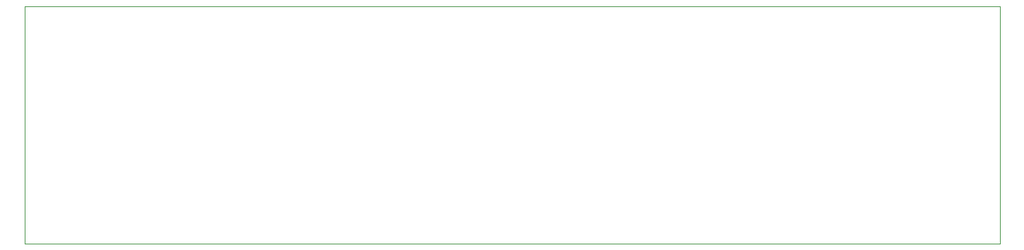
<source format=gbr>
G04 #@! TF.GenerationSoftware,KiCad,Pcbnew,(5.1.0-0)*
G04 #@! TF.CreationDate,2019-03-17T19:53:17-07:00*
G04 #@! TF.ProjectId,Jack Board,4a61636b-2042-46f6-9172-642e6b696361,rev?*
G04 #@! TF.SameCoordinates,Original*
G04 #@! TF.FileFunction,Profile,NP*
%FSLAX46Y46*%
G04 Gerber Fmt 4.6, Leading zero omitted, Abs format (unit mm)*
G04 Created by KiCad (PCBNEW (5.1.0-0)) date 2019-03-17 19:53:17*
%MOMM*%
%LPD*%
G04 APERTURE LIST*
%ADD10C,0.050000*%
G04 APERTURE END LIST*
D10*
X93980000Y-122555000D02*
X93980000Y-93980000D01*
X210820000Y-122555000D02*
X93980000Y-122555000D01*
X210820000Y-93980000D02*
X210820000Y-122555000D01*
X93980000Y-93980000D02*
X210820000Y-93980000D01*
M02*

</source>
